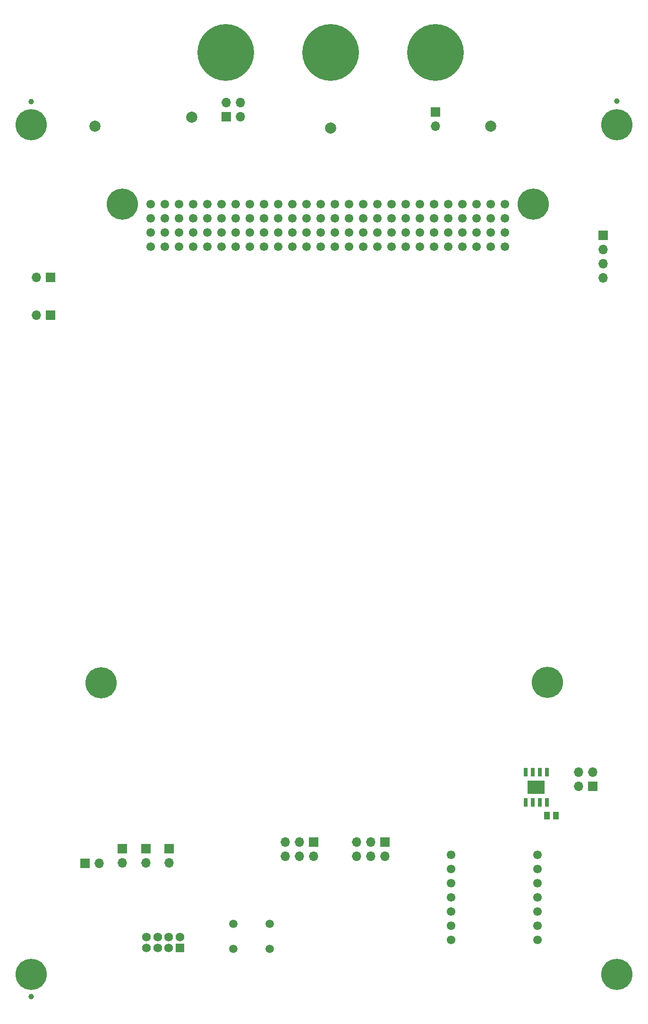
<source format=gbr>
%TF.GenerationSoftware,KiCad,Pcbnew,8.0.6*%
%TF.CreationDate,2024-11-11T12:52:56+02:00*%
%TF.ProjectId,Universal_Adaptor,556e6976-6572-4736-916c-5f4164617074,rev?*%
%TF.SameCoordinates,Original*%
%TF.FileFunction,Soldermask,Top*%
%TF.FilePolarity,Negative*%
%FSLAX46Y46*%
G04 Gerber Fmt 4.6, Leading zero omitted, Abs format (unit mm)*
G04 Created by KiCad (PCBNEW 8.0.6) date 2024-11-11 12:52:56*
%MOMM*%
%LPD*%
G01*
G04 APERTURE LIST*
%ADD10R,1.700000X1.700000*%
%ADD11O,1.700000X1.700000*%
%ADD12C,1.000000*%
%ADD13C,2.000000*%
%ADD14C,5.600000*%
%ADD15C,1.550000*%
%ADD16R,1.575000X1.575000*%
%ADD17C,1.575000*%
%ADD18R,1.020000X1.470000*%
%ADD19C,10.160000*%
%ADD20R,0.650000X1.525000*%
%ADD21R,3.100000X2.400000*%
%ADD22C,1.500000*%
G04 APERTURE END LIST*
D10*
%TO.C,J13*%
X114200000Y-164700000D03*
D11*
X114200000Y-167240000D03*
X111660000Y-164700000D03*
X111660000Y-167240000D03*
X109120000Y-164700000D03*
X109120000Y-167240000D03*
%TD*%
%TO.C,J6*%
X161760000Y-152110000D03*
X164300000Y-152110000D03*
X161760000Y-154650000D03*
D10*
X164300000Y-154650000D03*
%TD*%
D11*
%TO.C,J12*%
X101115000Y-32210000D03*
X101115000Y-34750000D03*
X98575000Y-32210000D03*
D10*
X98575000Y-34750000D03*
%TD*%
%TO.C,J11*%
X127000000Y-164700000D03*
D11*
X127000000Y-167240000D03*
X124460000Y-164700000D03*
X124460000Y-167240000D03*
X121920000Y-164700000D03*
X121920000Y-167240000D03*
%TD*%
D10*
%TO.C,J14*%
X88318750Y-165900000D03*
D11*
X88318750Y-168440000D03*
%TD*%
D12*
%TO.C,FID3*%
X168600000Y-31875000D03*
%TD*%
%TO.C,FID2*%
X63575000Y-32000000D03*
%TD*%
%TO.C,FID1*%
X63575000Y-192400000D03*
%TD*%
D10*
%TO.C,J26*%
X73260000Y-168450000D03*
D11*
X75800000Y-168450000D03*
%TD*%
D10*
%TO.C,J17*%
X79956250Y-165900000D03*
D11*
X79956250Y-168440000D03*
%TD*%
D10*
%TO.C,J16*%
X84137500Y-165900000D03*
D11*
X84137500Y-168440000D03*
%TD*%
D10*
%TO.C,J7*%
X136100000Y-33825000D03*
D11*
X136100000Y-36365000D03*
%TD*%
D13*
%TO.C,TP2*%
X92350000Y-34775000D03*
%TD*%
D10*
%TO.C,J20*%
X67100000Y-70300000D03*
D11*
X64560000Y-70300000D03*
%TD*%
D14*
%TO.C,H7*%
X76137000Y-136109000D03*
%TD*%
D15*
%TO.C,J9*%
X154325000Y-182240000D03*
X154325000Y-179700000D03*
X154325000Y-177160000D03*
X154325000Y-174620000D03*
X154325000Y-172080000D03*
X154325000Y-169540000D03*
X154325000Y-167000000D03*
%TD*%
D14*
%TO.C,H6*%
X153600000Y-50385000D03*
%TD*%
D16*
%TO.C,J8*%
X90275000Y-183650000D03*
D17*
X90275000Y-181650000D03*
X88275000Y-183650000D03*
X88275000Y-181650000D03*
X86275000Y-183650000D03*
X86275000Y-181650000D03*
X84275000Y-183650000D03*
X84275000Y-181650000D03*
%TD*%
D18*
%TO.C,C1*%
X157685000Y-159900000D03*
X156065000Y-159900000D03*
%TD*%
D14*
%TO.C,H8*%
X156107000Y-136069000D03*
%TD*%
D19*
%TO.C,J4*%
X117275000Y-23200000D03*
%TD*%
D14*
%TO.C,H3*%
X168600000Y-36125000D03*
%TD*%
%TO.C,H5*%
X79960000Y-50385000D03*
%TD*%
D13*
%TO.C,TP3*%
X145950000Y-36425000D03*
%TD*%
D10*
%TO.C,J10*%
X166125000Y-55930000D03*
D11*
X166125000Y-58470000D03*
X166125000Y-61010000D03*
X166125000Y-63550000D03*
%TD*%
D13*
%TO.C,TP1*%
X75025000Y-36400000D03*
%TD*%
D20*
%TO.C,IC1*%
X156050000Y-152126000D03*
X154780000Y-152126000D03*
X153510000Y-152126000D03*
X152240000Y-152126000D03*
X152240000Y-157550000D03*
X153510000Y-157550000D03*
X154780000Y-157550000D03*
X156050000Y-157550000D03*
D21*
X154145000Y-154838000D03*
%TD*%
D15*
%TO.C,J2*%
X138825000Y-182240000D03*
X138825000Y-179700000D03*
X138825000Y-177160000D03*
X138825000Y-174620000D03*
X138825000Y-172080000D03*
X138825000Y-169540000D03*
X138825000Y-167000000D03*
%TD*%
D14*
%TO.C,H4*%
X168600000Y-188350000D03*
%TD*%
D10*
%TO.C,J21*%
X67100000Y-63500000D03*
D11*
X64560000Y-63500000D03*
%TD*%
D13*
%TO.C,TP4*%
X117275000Y-36750000D03*
%TD*%
D15*
%TO.C,J1*%
X84998000Y-50401000D03*
X84998000Y-52941000D03*
X87538000Y-50401000D03*
X87538000Y-52941000D03*
X90078000Y-50401000D03*
X90078000Y-52941000D03*
X92618000Y-50401000D03*
X92618000Y-52941000D03*
X95158000Y-50401000D03*
X95158000Y-52941000D03*
X97698000Y-50401000D03*
X97698000Y-52941000D03*
X100238000Y-50401000D03*
X100238000Y-52941000D03*
X102778000Y-50401000D03*
X102778000Y-52941000D03*
X105318000Y-50401000D03*
X105318000Y-52941000D03*
X107858000Y-50401000D03*
X107858000Y-52941000D03*
X110398000Y-50401000D03*
X110398000Y-52941000D03*
X112938000Y-50401000D03*
X112938000Y-52941000D03*
X115478000Y-50401000D03*
X115478000Y-52941000D03*
X118018000Y-50401000D03*
X118018000Y-52941000D03*
X120558000Y-50401000D03*
X120558000Y-52941000D03*
X123098000Y-50401000D03*
X123098000Y-52941000D03*
X125638000Y-50401000D03*
X125638000Y-52941000D03*
X128178000Y-50401000D03*
X128178000Y-52941000D03*
X130718000Y-50401000D03*
X130718000Y-52941000D03*
X133258000Y-50401000D03*
X133258000Y-52941000D03*
X135798000Y-50401000D03*
X135798000Y-52941000D03*
X138338000Y-50401000D03*
X138338000Y-52941000D03*
X140878000Y-50401000D03*
X140878000Y-52941000D03*
X143418000Y-50401000D03*
X143418000Y-52941000D03*
X145958000Y-50401000D03*
X145958000Y-52941000D03*
X148498000Y-50401000D03*
X148498000Y-52941000D03*
%TD*%
%TO.C,J22*%
X84998000Y-55481000D03*
X84998000Y-58021000D03*
X87538000Y-55481000D03*
X87538000Y-58021000D03*
X90078000Y-55481000D03*
X90078000Y-58021000D03*
X92618000Y-55481000D03*
X92618000Y-58021000D03*
X95158000Y-55481000D03*
X95158000Y-58021000D03*
X97698000Y-55481000D03*
X97698000Y-58021000D03*
X100238000Y-55481000D03*
X100238000Y-58021000D03*
X102778000Y-55481000D03*
X102778000Y-58021000D03*
X105318000Y-55481000D03*
X105318000Y-58021000D03*
X107858000Y-55481000D03*
X107858000Y-58021000D03*
X110398000Y-55481000D03*
X110398000Y-58021000D03*
X112938000Y-55481000D03*
X112938000Y-58021000D03*
X115478000Y-55481000D03*
X115478000Y-58021000D03*
X118018000Y-55481000D03*
X118018000Y-58021000D03*
X120558000Y-55481000D03*
X120558000Y-58021000D03*
X123098000Y-55481000D03*
X123098000Y-58021000D03*
X125638000Y-55481000D03*
X125638000Y-58021000D03*
X128178000Y-55481000D03*
X128178000Y-58021000D03*
X130718000Y-55481000D03*
X130718000Y-58021000D03*
X133258000Y-55481000D03*
X133258000Y-58021000D03*
X135798000Y-55481000D03*
X135798000Y-58021000D03*
X138338000Y-55481000D03*
X138338000Y-58021000D03*
X140878000Y-55481000D03*
X140878000Y-58021000D03*
X143418000Y-55481000D03*
X143418000Y-58021000D03*
X145958000Y-55481000D03*
X145958000Y-58021000D03*
X148498000Y-55481000D03*
X148498000Y-58021000D03*
%TD*%
D14*
%TO.C,H1*%
X63575000Y-36125000D03*
%TD*%
D19*
%TO.C,J5*%
X136075000Y-23200000D03*
%TD*%
%TO.C,J3*%
X98475000Y-23200000D03*
%TD*%
D22*
%TO.C,S1*%
X99875000Y-179300000D03*
X106375000Y-179300000D03*
X99875000Y-183800000D03*
X106375000Y-183800000D03*
%TD*%
D14*
%TO.C,H2*%
X63575000Y-188350000D03*
%TD*%
M02*

</source>
